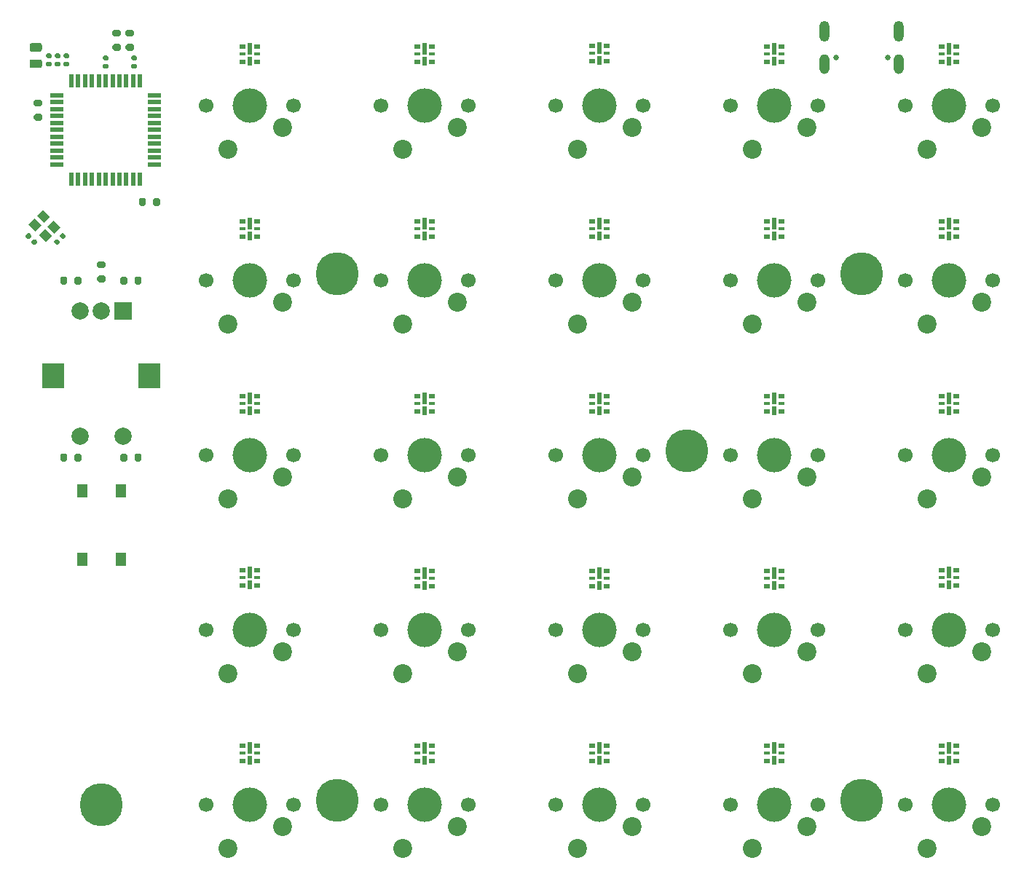
<source format=gbr>
%TF.GenerationSoftware,KiCad,Pcbnew,(5.1.8)-1*%
%TF.CreationDate,2020-12-04T18:20:35-08:00*%
%TF.ProjectId,DeskTopVolKnob_Keypad,4465736b-546f-4705-966f-6c4b6e6f625f,rev?*%
%TF.SameCoordinates,Original*%
%TF.FileFunction,Soldermask,Top*%
%TF.FilePolarity,Negative*%
%FSLAX46Y46*%
G04 Gerber Fmt 4.6, Leading zero omitted, Abs format (unit mm)*
G04 Created by KiCad (PCBNEW (5.1.8)-1) date 2020-12-04 18:20:35*
%MOMM*%
%LPD*%
G01*
G04 APERTURE LIST*
%ADD10C,0.800000*%
%ADD11C,5.000000*%
%ADD12O,1.200000X2.400000*%
%ADD13O,1.158000X2.316000*%
%ADD14C,0.630000*%
%ADD15C,0.600000*%
%ADD16C,1.700000*%
%ADD17C,4.000000*%
%ADD18C,2.200000*%
%ADD19R,1.300000X1.550000*%
%ADD20C,0.100000*%
%ADD21R,1.500000X0.550000*%
%ADD22R,0.550000X1.500000*%
%ADD23R,2.000000X2.000000*%
%ADD24C,2.000000*%
%ADD25R,2.500000X3.000000*%
%ADD26R,0.500000X1.480000*%
%ADD27R,0.500000X1.000000*%
%ADD28R,0.800000X0.500000*%
%ADD29R,0.800000X0.300000*%
G04 APERTURE END LIST*
D10*
%TO.C,REF\u002A\u002A*%
X47553825Y-118054175D03*
X46228000Y-117505000D03*
X44902175Y-118054175D03*
X44353000Y-119380000D03*
X44902175Y-120705825D03*
X46228000Y-121255000D03*
X47553825Y-120705825D03*
X48103000Y-119380000D03*
D11*
X46228000Y-119380000D03*
%TD*%
D10*
%TO.C,REF\u002A\u002A*%
X115625825Y-76906175D03*
X114300000Y-76357000D03*
X112974175Y-76906175D03*
X112425000Y-78232000D03*
X112974175Y-79557825D03*
X114300000Y-80107000D03*
X115625825Y-79557825D03*
X116175000Y-78232000D03*
D11*
X114300000Y-78232000D03*
%TD*%
D10*
%TO.C,REF\u002A\u002A*%
X74985825Y-117546175D03*
X73660000Y-116997000D03*
X72334175Y-117546175D03*
X71785000Y-118872000D03*
X72334175Y-120197825D03*
X73660000Y-120747000D03*
X74985825Y-120197825D03*
X75535000Y-118872000D03*
D11*
X73660000Y-118872000D03*
%TD*%
D10*
%TO.C,REF\u002A\u002A*%
X135945825Y-117546175D03*
X134620000Y-116997000D03*
X133294175Y-117546175D03*
X132745000Y-118872000D03*
X133294175Y-120197825D03*
X134620000Y-120747000D03*
X135945825Y-120197825D03*
X136495000Y-118872000D03*
D11*
X134620000Y-118872000D03*
%TD*%
D10*
%TO.C,REF\u002A\u002A*%
X135945825Y-56332175D03*
X134620000Y-55783000D03*
X133294175Y-56332175D03*
X132745000Y-57658000D03*
X133294175Y-58983825D03*
X134620000Y-59533000D03*
X135945825Y-58983825D03*
X136495000Y-57658000D03*
D11*
X134620000Y-57658000D03*
%TD*%
D10*
%TO.C,REF\u002A\u002A*%
X74985825Y-56332175D03*
X73660000Y-55783000D03*
X72334175Y-56332175D03*
X71785000Y-57658000D03*
X72334175Y-58983825D03*
X73660000Y-59533000D03*
X74985825Y-58983825D03*
X75535000Y-57658000D03*
D11*
X73660000Y-57658000D03*
%TD*%
D12*
%TO.C,J1*%
X138940000Y-29412000D03*
X130300000Y-29412000D03*
D13*
X138940000Y-33237000D03*
X130300000Y-33237000D03*
D14*
X131620000Y-32512000D03*
X137620000Y-32512000D03*
D15*
X137620000Y-32512000D03*
%TD*%
D16*
%TO.C,SW11*%
X119380000Y-38100000D03*
X129540000Y-38100000D03*
D17*
X124460000Y-38100000D03*
D18*
X128270000Y-40640000D03*
X121920000Y-43180000D03*
%TD*%
%TO.C,R11*%
G36*
G01*
X39137000Y-38183000D02*
X38587000Y-38183000D01*
G75*
G02*
X38387000Y-37983000I0J200000D01*
G01*
X38387000Y-37583000D01*
G75*
G02*
X38587000Y-37383000I200000J0D01*
G01*
X39137000Y-37383000D01*
G75*
G02*
X39337000Y-37583000I0J-200000D01*
G01*
X39337000Y-37983000D01*
G75*
G02*
X39137000Y-38183000I-200000J0D01*
G01*
G37*
G36*
G01*
X39137000Y-39833000D02*
X38587000Y-39833000D01*
G75*
G02*
X38387000Y-39633000I0J200000D01*
G01*
X38387000Y-39233000D01*
G75*
G02*
X38587000Y-39033000I200000J0D01*
G01*
X39137000Y-39033000D01*
G75*
G02*
X39337000Y-39233000I0J-200000D01*
G01*
X39337000Y-39633000D01*
G75*
G02*
X39137000Y-39833000I-200000J0D01*
G01*
G37*
%TD*%
D19*
%TO.C,SW27*%
X48478000Y-82893000D03*
X48478000Y-90843000D03*
X43978000Y-82893000D03*
X43978000Y-90843000D03*
%TD*%
%TO.C,R10*%
G36*
G01*
X49255500Y-78719000D02*
X49255500Y-79269000D01*
G75*
G02*
X49055500Y-79469000I-200000J0D01*
G01*
X48655500Y-79469000D01*
G75*
G02*
X48455500Y-79269000I0J200000D01*
G01*
X48455500Y-78719000D01*
G75*
G02*
X48655500Y-78519000I200000J0D01*
G01*
X49055500Y-78519000D01*
G75*
G02*
X49255500Y-78719000I0J-200000D01*
G01*
G37*
G36*
G01*
X50905500Y-78719000D02*
X50905500Y-79269000D01*
G75*
G02*
X50705500Y-79469000I-200000J0D01*
G01*
X50305500Y-79469000D01*
G75*
G02*
X50105500Y-79269000I0J200000D01*
G01*
X50105500Y-78719000D01*
G75*
G02*
X50305500Y-78519000I200000J0D01*
G01*
X50705500Y-78519000D01*
G75*
G02*
X50905500Y-78719000I0J-200000D01*
G01*
G37*
%TD*%
%TO.C,R9*%
G36*
G01*
X42247000Y-58145000D02*
X42247000Y-58695000D01*
G75*
G02*
X42047000Y-58895000I-200000J0D01*
G01*
X41647000Y-58895000D01*
G75*
G02*
X41447000Y-58695000I0J200000D01*
G01*
X41447000Y-58145000D01*
G75*
G02*
X41647000Y-57945000I200000J0D01*
G01*
X42047000Y-57945000D01*
G75*
G02*
X42247000Y-58145000I0J-200000D01*
G01*
G37*
G36*
G01*
X43897000Y-58145000D02*
X43897000Y-58695000D01*
G75*
G02*
X43697000Y-58895000I-200000J0D01*
G01*
X43297000Y-58895000D01*
G75*
G02*
X43097000Y-58695000I0J200000D01*
G01*
X43097000Y-58145000D01*
G75*
G02*
X43297000Y-57945000I200000J0D01*
G01*
X43697000Y-57945000D01*
G75*
G02*
X43897000Y-58145000I0J-200000D01*
G01*
G37*
%TD*%
%TO.C,R8*%
G36*
G01*
X49255500Y-58145000D02*
X49255500Y-58695000D01*
G75*
G02*
X49055500Y-58895000I-200000J0D01*
G01*
X48655500Y-58895000D01*
G75*
G02*
X48455500Y-58695000I0J200000D01*
G01*
X48455500Y-58145000D01*
G75*
G02*
X48655500Y-57945000I200000J0D01*
G01*
X49055500Y-57945000D01*
G75*
G02*
X49255500Y-58145000I0J-200000D01*
G01*
G37*
G36*
G01*
X50905500Y-58145000D02*
X50905500Y-58695000D01*
G75*
G02*
X50705500Y-58895000I-200000J0D01*
G01*
X50305500Y-58895000D01*
G75*
G02*
X50105500Y-58695000I0J200000D01*
G01*
X50105500Y-58145000D01*
G75*
G02*
X50305500Y-57945000I200000J0D01*
G01*
X50705500Y-57945000D01*
G75*
G02*
X50905500Y-58145000I0J-200000D01*
G01*
G37*
%TD*%
%TO.C,R7*%
G36*
G01*
X42247000Y-78719000D02*
X42247000Y-79269000D01*
G75*
G02*
X42047000Y-79469000I-200000J0D01*
G01*
X41647000Y-79469000D01*
G75*
G02*
X41447000Y-79269000I0J200000D01*
G01*
X41447000Y-78719000D01*
G75*
G02*
X41647000Y-78519000I200000J0D01*
G01*
X42047000Y-78519000D01*
G75*
G02*
X42247000Y-78719000I0J-200000D01*
G01*
G37*
G36*
G01*
X43897000Y-78719000D02*
X43897000Y-79269000D01*
G75*
G02*
X43697000Y-79469000I-200000J0D01*
G01*
X43297000Y-79469000D01*
G75*
G02*
X43097000Y-79269000I0J200000D01*
G01*
X43097000Y-78719000D01*
G75*
G02*
X43297000Y-78519000I200000J0D01*
G01*
X43697000Y-78519000D01*
G75*
G02*
X43897000Y-78719000I0J-200000D01*
G01*
G37*
%TD*%
%TO.C,R6*%
G36*
G01*
X46503000Y-56979000D02*
X45953000Y-56979000D01*
G75*
G02*
X45753000Y-56779000I0J200000D01*
G01*
X45753000Y-56379000D01*
G75*
G02*
X45953000Y-56179000I200000J0D01*
G01*
X46503000Y-56179000D01*
G75*
G02*
X46703000Y-56379000I0J-200000D01*
G01*
X46703000Y-56779000D01*
G75*
G02*
X46503000Y-56979000I-200000J0D01*
G01*
G37*
G36*
G01*
X46503000Y-58629000D02*
X45953000Y-58629000D01*
G75*
G02*
X45753000Y-58429000I0J200000D01*
G01*
X45753000Y-58029000D01*
G75*
G02*
X45953000Y-57829000I200000J0D01*
G01*
X46503000Y-57829000D01*
G75*
G02*
X46703000Y-58029000I0J-200000D01*
G01*
X46703000Y-58429000D01*
G75*
G02*
X46503000Y-58629000I-200000J0D01*
G01*
G37*
%TD*%
%TO.C,R5*%
G36*
G01*
X51391000Y-49001000D02*
X51391000Y-49551000D01*
G75*
G02*
X51191000Y-49751000I-200000J0D01*
G01*
X50791000Y-49751000D01*
G75*
G02*
X50591000Y-49551000I0J200000D01*
G01*
X50591000Y-49001000D01*
G75*
G02*
X50791000Y-48801000I200000J0D01*
G01*
X51191000Y-48801000D01*
G75*
G02*
X51391000Y-49001000I0J-200000D01*
G01*
G37*
G36*
G01*
X53041000Y-49001000D02*
X53041000Y-49551000D01*
G75*
G02*
X52841000Y-49751000I-200000J0D01*
G01*
X52441000Y-49751000D01*
G75*
G02*
X52241000Y-49551000I0J200000D01*
G01*
X52241000Y-49001000D01*
G75*
G02*
X52441000Y-48801000I200000J0D01*
G01*
X52841000Y-48801000D01*
G75*
G02*
X53041000Y-49001000I0J-200000D01*
G01*
G37*
%TD*%
%TO.C,R4*%
G36*
G01*
X49805000Y-30055000D02*
X49255000Y-30055000D01*
G75*
G02*
X49055000Y-29855000I0J200000D01*
G01*
X49055000Y-29455000D01*
G75*
G02*
X49255000Y-29255000I200000J0D01*
G01*
X49805000Y-29255000D01*
G75*
G02*
X50005000Y-29455000I0J-200000D01*
G01*
X50005000Y-29855000D01*
G75*
G02*
X49805000Y-30055000I-200000J0D01*
G01*
G37*
G36*
G01*
X49805000Y-31705000D02*
X49255000Y-31705000D01*
G75*
G02*
X49055000Y-31505000I0J200000D01*
G01*
X49055000Y-31105000D01*
G75*
G02*
X49255000Y-30905000I200000J0D01*
G01*
X49805000Y-30905000D01*
G75*
G02*
X50005000Y-31105000I0J-200000D01*
G01*
X50005000Y-31505000D01*
G75*
G02*
X49805000Y-31705000I-200000J0D01*
G01*
G37*
%TD*%
%TO.C,R3*%
G36*
G01*
X47731000Y-30905000D02*
X48281000Y-30905000D01*
G75*
G02*
X48481000Y-31105000I0J-200000D01*
G01*
X48481000Y-31505000D01*
G75*
G02*
X48281000Y-31705000I-200000J0D01*
G01*
X47731000Y-31705000D01*
G75*
G02*
X47531000Y-31505000I0J200000D01*
G01*
X47531000Y-31105000D01*
G75*
G02*
X47731000Y-30905000I200000J0D01*
G01*
G37*
G36*
G01*
X47731000Y-29255000D02*
X48281000Y-29255000D01*
G75*
G02*
X48481000Y-29455000I0J-200000D01*
G01*
X48481000Y-29855000D01*
G75*
G02*
X48281000Y-30055000I-200000J0D01*
G01*
X47731000Y-30055000D01*
G75*
G02*
X47531000Y-29855000I0J200000D01*
G01*
X47531000Y-29455000D01*
G75*
G02*
X47731000Y-29255000I200000J0D01*
G01*
G37*
%TD*%
D20*
%TO.C,Y1*%
G36*
X40507884Y-53236726D02*
G01*
X39800777Y-53943833D01*
X38987604Y-53130660D01*
X39694711Y-52423553D01*
X40507884Y-53236726D01*
G37*
G36*
X39270447Y-51999289D02*
G01*
X38563340Y-52706396D01*
X37750167Y-51893223D01*
X38457274Y-51186116D01*
X39270447Y-51999289D01*
G37*
G36*
X40260396Y-51009340D02*
G01*
X39553289Y-51716447D01*
X38740116Y-50903274D01*
X39447223Y-50196167D01*
X40260396Y-51009340D01*
G37*
G36*
X41497833Y-52246777D02*
G01*
X40790726Y-52953884D01*
X39977553Y-52140711D01*
X40684660Y-51433604D01*
X41497833Y-52246777D01*
G37*
%TD*%
%TO.C,C8*%
G36*
G01*
X46906000Y-32820000D02*
X46566000Y-32820000D01*
G75*
G02*
X46426000Y-32680000I0J140000D01*
G01*
X46426000Y-32400000D01*
G75*
G02*
X46566000Y-32260000I140000J0D01*
G01*
X46906000Y-32260000D01*
G75*
G02*
X47046000Y-32400000I0J-140000D01*
G01*
X47046000Y-32680000D01*
G75*
G02*
X46906000Y-32820000I-140000J0D01*
G01*
G37*
G36*
G01*
X46906000Y-33780000D02*
X46566000Y-33780000D01*
G75*
G02*
X46426000Y-33640000I0J140000D01*
G01*
X46426000Y-33360000D01*
G75*
G02*
X46566000Y-33220000I140000J0D01*
G01*
X46906000Y-33220000D01*
G75*
G02*
X47046000Y-33360000I0J-140000D01*
G01*
X47046000Y-33640000D01*
G75*
G02*
X46906000Y-33780000I-140000J0D01*
G01*
G37*
%TD*%
%TO.C,C7*%
G36*
G01*
X38078787Y-53332371D02*
X37838371Y-53572787D01*
G75*
G02*
X37640381Y-53572787I-98995J98995D01*
G01*
X37442391Y-53374797D01*
G75*
G02*
X37442391Y-53176807I98995J98995D01*
G01*
X37682807Y-52936391D01*
G75*
G02*
X37880797Y-52936391I98995J-98995D01*
G01*
X38078787Y-53134381D01*
G75*
G02*
X38078787Y-53332371I-98995J-98995D01*
G01*
G37*
G36*
G01*
X38757609Y-54011193D02*
X38517193Y-54251609D01*
G75*
G02*
X38319203Y-54251609I-98995J98995D01*
G01*
X38121213Y-54053619D01*
G75*
G02*
X38121213Y-53855629I98995J98995D01*
G01*
X38361629Y-53615213D01*
G75*
G02*
X38559619Y-53615213I98995J-98995D01*
G01*
X38757609Y-53813203D01*
G75*
G02*
X38757609Y-54011193I-98995J-98995D01*
G01*
G37*
%TD*%
%TO.C,C6*%
G36*
G01*
X41140371Y-53615213D02*
X41380787Y-53855629D01*
G75*
G02*
X41380787Y-54053619I-98995J-98995D01*
G01*
X41182797Y-54251609D01*
G75*
G02*
X40984807Y-54251609I-98995J98995D01*
G01*
X40744391Y-54011193D01*
G75*
G02*
X40744391Y-53813203I98995J98995D01*
G01*
X40942381Y-53615213D01*
G75*
G02*
X41140371Y-53615213I98995J-98995D01*
G01*
G37*
G36*
G01*
X41819193Y-52936391D02*
X42059609Y-53176807D01*
G75*
G02*
X42059609Y-53374797I-98995J-98995D01*
G01*
X41861619Y-53572787D01*
G75*
G02*
X41663629Y-53572787I-98995J98995D01*
G01*
X41423213Y-53332371D01*
G75*
G02*
X41423213Y-53134381I98995J98995D01*
G01*
X41621203Y-52936391D01*
G75*
G02*
X41819193Y-52936391I98995J-98995D01*
G01*
G37*
%TD*%
%TO.C,C4*%
G36*
G01*
X40302000Y-32566000D02*
X39962000Y-32566000D01*
G75*
G02*
X39822000Y-32426000I0J140000D01*
G01*
X39822000Y-32146000D01*
G75*
G02*
X39962000Y-32006000I140000J0D01*
G01*
X40302000Y-32006000D01*
G75*
G02*
X40442000Y-32146000I0J-140000D01*
G01*
X40442000Y-32426000D01*
G75*
G02*
X40302000Y-32566000I-140000J0D01*
G01*
G37*
G36*
G01*
X40302000Y-33526000D02*
X39962000Y-33526000D01*
G75*
G02*
X39822000Y-33386000I0J140000D01*
G01*
X39822000Y-33106000D01*
G75*
G02*
X39962000Y-32966000I140000J0D01*
G01*
X40302000Y-32966000D01*
G75*
G02*
X40442000Y-33106000I0J-140000D01*
G01*
X40442000Y-33386000D01*
G75*
G02*
X40302000Y-33526000I-140000J0D01*
G01*
G37*
%TD*%
%TO.C,C3*%
G36*
G01*
X41318000Y-32566000D02*
X40978000Y-32566000D01*
G75*
G02*
X40838000Y-32426000I0J140000D01*
G01*
X40838000Y-32146000D01*
G75*
G02*
X40978000Y-32006000I140000J0D01*
G01*
X41318000Y-32006000D01*
G75*
G02*
X41458000Y-32146000I0J-140000D01*
G01*
X41458000Y-32426000D01*
G75*
G02*
X41318000Y-32566000I-140000J0D01*
G01*
G37*
G36*
G01*
X41318000Y-33526000D02*
X40978000Y-33526000D01*
G75*
G02*
X40838000Y-33386000I0J140000D01*
G01*
X40838000Y-33106000D01*
G75*
G02*
X40978000Y-32966000I140000J0D01*
G01*
X41318000Y-32966000D01*
G75*
G02*
X41458000Y-33106000I0J-140000D01*
G01*
X41458000Y-33386000D01*
G75*
G02*
X41318000Y-33526000I-140000J0D01*
G01*
G37*
%TD*%
%TO.C,C2*%
G36*
G01*
X42334000Y-32566000D02*
X41994000Y-32566000D01*
G75*
G02*
X41854000Y-32426000I0J140000D01*
G01*
X41854000Y-32146000D01*
G75*
G02*
X41994000Y-32006000I140000J0D01*
G01*
X42334000Y-32006000D01*
G75*
G02*
X42474000Y-32146000I0J-140000D01*
G01*
X42474000Y-32426000D01*
G75*
G02*
X42334000Y-32566000I-140000J0D01*
G01*
G37*
G36*
G01*
X42334000Y-33526000D02*
X41994000Y-33526000D01*
G75*
G02*
X41854000Y-33386000I0J140000D01*
G01*
X41854000Y-33106000D01*
G75*
G02*
X41994000Y-32966000I140000J0D01*
G01*
X42334000Y-32966000D01*
G75*
G02*
X42474000Y-33106000I0J-140000D01*
G01*
X42474000Y-33386000D01*
G75*
G02*
X42334000Y-33526000I-140000J0D01*
G01*
G37*
%TD*%
%TO.C,C1*%
G36*
G01*
X50208000Y-32820000D02*
X49868000Y-32820000D01*
G75*
G02*
X49728000Y-32680000I0J140000D01*
G01*
X49728000Y-32400000D01*
G75*
G02*
X49868000Y-32260000I140000J0D01*
G01*
X50208000Y-32260000D01*
G75*
G02*
X50348000Y-32400000I0J-140000D01*
G01*
X50348000Y-32680000D01*
G75*
G02*
X50208000Y-32820000I-140000J0D01*
G01*
G37*
G36*
G01*
X50208000Y-33780000D02*
X49868000Y-33780000D01*
G75*
G02*
X49728000Y-33640000I0J140000D01*
G01*
X49728000Y-33360000D01*
G75*
G02*
X49868000Y-33220000I140000J0D01*
G01*
X50208000Y-33220000D01*
G75*
G02*
X50348000Y-33360000I0J-140000D01*
G01*
X50348000Y-33640000D01*
G75*
G02*
X50208000Y-33780000I-140000J0D01*
G01*
G37*
%TD*%
D21*
%TO.C,U1*%
X52436000Y-36894000D03*
X52436000Y-37694000D03*
X52436000Y-38494000D03*
X52436000Y-39294000D03*
X52436000Y-40094000D03*
X52436000Y-40894000D03*
X52436000Y-41694000D03*
X52436000Y-42494000D03*
X52436000Y-43294000D03*
X52436000Y-44094000D03*
X52436000Y-44894000D03*
D22*
X50736000Y-46594000D03*
X49936000Y-46594000D03*
X49136000Y-46594000D03*
X48336000Y-46594000D03*
X47536000Y-46594000D03*
X46736000Y-46594000D03*
X45936000Y-46594000D03*
X45136000Y-46594000D03*
X44336000Y-46594000D03*
X43536000Y-46594000D03*
X42736000Y-46594000D03*
D21*
X41036000Y-44894000D03*
X41036000Y-44094000D03*
X41036000Y-43294000D03*
X41036000Y-42494000D03*
X41036000Y-41694000D03*
X41036000Y-40894000D03*
X41036000Y-40094000D03*
X41036000Y-39294000D03*
X41036000Y-38494000D03*
X41036000Y-37694000D03*
X41036000Y-36894000D03*
D22*
X42736000Y-35194000D03*
X43536000Y-35194000D03*
X44336000Y-35194000D03*
X45136000Y-35194000D03*
X45936000Y-35194000D03*
X46736000Y-35194000D03*
X47536000Y-35194000D03*
X48336000Y-35194000D03*
X49136000Y-35194000D03*
X49936000Y-35194000D03*
X50736000Y-35194000D03*
%TD*%
D16*
%TO.C,SW26*%
X58420000Y-38100000D03*
X68580000Y-38100000D03*
D17*
X63500000Y-38100000D03*
D18*
X67310000Y-40640000D03*
X60960000Y-43180000D03*
%TD*%
D16*
%TO.C,SW25*%
X58420000Y-58420000D03*
X68580000Y-58420000D03*
D17*
X63500000Y-58420000D03*
D18*
X67310000Y-60960000D03*
X60960000Y-63500000D03*
%TD*%
D16*
%TO.C,SW24*%
X58420000Y-78740000D03*
X68580000Y-78740000D03*
D17*
X63500000Y-78740000D03*
D18*
X67310000Y-81280000D03*
X60960000Y-83820000D03*
%TD*%
D16*
%TO.C,SW23*%
X58420000Y-99060000D03*
X68580000Y-99060000D03*
D17*
X63500000Y-99060000D03*
D18*
X67310000Y-101600000D03*
X60960000Y-104140000D03*
%TD*%
D16*
%TO.C,SW22*%
X58420000Y-119380000D03*
X68580000Y-119380000D03*
D17*
X63500000Y-119380000D03*
D18*
X67310000Y-121920000D03*
X60960000Y-124460000D03*
%TD*%
D16*
%TO.C,SW21*%
X78740000Y-38100000D03*
X88900000Y-38100000D03*
D17*
X83820000Y-38100000D03*
D18*
X87630000Y-40640000D03*
X81280000Y-43180000D03*
%TD*%
D16*
%TO.C,SW20*%
X78740000Y-58420000D03*
X88900000Y-58420000D03*
D17*
X83820000Y-58420000D03*
D18*
X87630000Y-60960000D03*
X81280000Y-63500000D03*
%TD*%
D16*
%TO.C,SW19*%
X78740000Y-78740000D03*
X88900000Y-78740000D03*
D17*
X83820000Y-78740000D03*
D18*
X87630000Y-81280000D03*
X81280000Y-83820000D03*
%TD*%
D16*
%TO.C,SW18*%
X78740000Y-99060000D03*
X88900000Y-99060000D03*
D17*
X83820000Y-99060000D03*
D18*
X87630000Y-101600000D03*
X81280000Y-104140000D03*
%TD*%
D16*
%TO.C,SW17*%
X78740000Y-119380000D03*
X88900000Y-119380000D03*
D17*
X83820000Y-119380000D03*
D18*
X87630000Y-121920000D03*
X81280000Y-124460000D03*
%TD*%
D16*
%TO.C,SW16*%
X99060000Y-38100000D03*
X109220000Y-38100000D03*
D17*
X104140000Y-38100000D03*
D18*
X107950000Y-40640000D03*
X101600000Y-43180000D03*
%TD*%
D16*
%TO.C,SW15*%
X99060000Y-58420000D03*
X109220000Y-58420000D03*
D17*
X104140000Y-58420000D03*
D18*
X107950000Y-60960000D03*
X101600000Y-63500000D03*
%TD*%
D16*
%TO.C,SW14*%
X99060000Y-78740000D03*
X109220000Y-78740000D03*
D17*
X104140000Y-78740000D03*
D18*
X107950000Y-81280000D03*
X101600000Y-83820000D03*
%TD*%
D16*
%TO.C,SW13*%
X99060000Y-99060000D03*
X109220000Y-99060000D03*
D17*
X104140000Y-99060000D03*
D18*
X107950000Y-101600000D03*
X101600000Y-104140000D03*
%TD*%
D16*
%TO.C,SW12*%
X99060000Y-119380000D03*
X109220000Y-119380000D03*
D17*
X104140000Y-119380000D03*
D18*
X107950000Y-121920000D03*
X101600000Y-124460000D03*
%TD*%
D16*
%TO.C,SW10*%
X119380000Y-58420000D03*
X129540000Y-58420000D03*
D17*
X124460000Y-58420000D03*
D18*
X128270000Y-60960000D03*
X121920000Y-63500000D03*
%TD*%
D16*
%TO.C,SW9*%
X119380000Y-78740000D03*
X129540000Y-78740000D03*
D17*
X124460000Y-78740000D03*
D18*
X128270000Y-81280000D03*
X121920000Y-83820000D03*
%TD*%
D16*
%TO.C,SW8*%
X119380000Y-99060000D03*
X129540000Y-99060000D03*
D17*
X124460000Y-99060000D03*
D18*
X128270000Y-101600000D03*
X121920000Y-104140000D03*
%TD*%
D16*
%TO.C,SW7*%
X119380000Y-119380000D03*
X129540000Y-119380000D03*
D17*
X124460000Y-119380000D03*
D18*
X128270000Y-121920000D03*
X121920000Y-124460000D03*
%TD*%
D16*
%TO.C,SW6*%
X139700000Y-38100000D03*
X149860000Y-38100000D03*
D17*
X144780000Y-38100000D03*
D18*
X148590000Y-40640000D03*
X142240000Y-43180000D03*
%TD*%
D16*
%TO.C,SW5*%
X139700000Y-58420000D03*
X149860000Y-58420000D03*
D17*
X144780000Y-58420000D03*
D18*
X148590000Y-60960000D03*
X142240000Y-63500000D03*
%TD*%
D16*
%TO.C,SW4*%
X139700000Y-78740000D03*
X149860000Y-78740000D03*
D17*
X144780000Y-78740000D03*
D18*
X148590000Y-81280000D03*
X142240000Y-83820000D03*
%TD*%
D16*
%TO.C,SW3*%
X139700000Y-99060000D03*
X149860000Y-99060000D03*
D17*
X144780000Y-99060000D03*
D18*
X148590000Y-101600000D03*
X142240000Y-104140000D03*
%TD*%
D16*
%TO.C,SW2*%
X139700000Y-119380000D03*
X149860000Y-119380000D03*
D17*
X144780000Y-119380000D03*
D18*
X148590000Y-121920000D03*
X142240000Y-124460000D03*
%TD*%
D23*
%TO.C,SW1*%
X48728000Y-61976000D03*
D24*
X46228000Y-61976000D03*
X43728000Y-61976000D03*
D25*
X51828000Y-69476000D03*
X40628000Y-69476000D03*
D24*
X48728000Y-76476000D03*
X43728000Y-76476000D03*
%TD*%
D26*
%TO.C,D50*%
X63500000Y-112776000D03*
D27*
X63500000Y-114196000D03*
D28*
X62650000Y-114266000D03*
X62650000Y-112466000D03*
D29*
X62650000Y-113366000D03*
D28*
X64350000Y-112466000D03*
D29*
X64350000Y-113366000D03*
D28*
X64350000Y-114266000D03*
%TD*%
D26*
%TO.C,D49*%
X83820000Y-112776000D03*
D27*
X83820000Y-114196000D03*
D28*
X82970000Y-114266000D03*
X82970000Y-112466000D03*
D29*
X82970000Y-113366000D03*
D28*
X84670000Y-112466000D03*
D29*
X84670000Y-113366000D03*
D28*
X84670000Y-114266000D03*
%TD*%
D26*
%TO.C,D48*%
X104140000Y-112776000D03*
D27*
X104140000Y-114196000D03*
D28*
X103290000Y-114266000D03*
X103290000Y-112466000D03*
D29*
X103290000Y-113366000D03*
D28*
X104990000Y-112466000D03*
D29*
X104990000Y-113366000D03*
D28*
X104990000Y-114266000D03*
%TD*%
D26*
%TO.C,D47*%
X124460000Y-112776000D03*
D27*
X124460000Y-114196000D03*
D28*
X123610000Y-114266000D03*
X123610000Y-112466000D03*
D29*
X123610000Y-113366000D03*
D28*
X125310000Y-112466000D03*
D29*
X125310000Y-113366000D03*
D28*
X125310000Y-114266000D03*
%TD*%
D26*
%TO.C,D46*%
X144780000Y-112776000D03*
D27*
X144780000Y-114196000D03*
D28*
X143930000Y-114266000D03*
X143930000Y-112466000D03*
D29*
X143930000Y-113366000D03*
D28*
X145630000Y-112466000D03*
D29*
X145630000Y-113366000D03*
D28*
X145630000Y-114266000D03*
%TD*%
D26*
%TO.C,D45*%
X144780000Y-92374000D03*
D27*
X144780000Y-93794000D03*
D28*
X143930000Y-93864000D03*
X143930000Y-92064000D03*
D29*
X143930000Y-92964000D03*
D28*
X145630000Y-92064000D03*
D29*
X145630000Y-92964000D03*
D28*
X145630000Y-93864000D03*
%TD*%
D26*
%TO.C,D44*%
X124460000Y-92456000D03*
D27*
X124460000Y-93876000D03*
D28*
X123610000Y-93946000D03*
X123610000Y-92146000D03*
D29*
X123610000Y-93046000D03*
D28*
X125310000Y-92146000D03*
D29*
X125310000Y-93046000D03*
D28*
X125310000Y-93946000D03*
%TD*%
D26*
%TO.C,D43*%
X104140000Y-92456000D03*
D27*
X104140000Y-93876000D03*
D28*
X103290000Y-93946000D03*
X103290000Y-92146000D03*
D29*
X103290000Y-93046000D03*
D28*
X104990000Y-92146000D03*
D29*
X104990000Y-93046000D03*
D28*
X104990000Y-93946000D03*
%TD*%
D26*
%TO.C,D42*%
X83820000Y-92456000D03*
D27*
X83820000Y-93876000D03*
D28*
X82970000Y-93946000D03*
X82970000Y-92146000D03*
D29*
X82970000Y-93046000D03*
D28*
X84670000Y-92146000D03*
D29*
X84670000Y-93046000D03*
D28*
X84670000Y-93946000D03*
%TD*%
D26*
%TO.C,D41*%
X63500000Y-92374000D03*
D27*
X63500000Y-93794000D03*
D28*
X62650000Y-93864000D03*
X62650000Y-92064000D03*
D29*
X62650000Y-92964000D03*
D28*
X64350000Y-92064000D03*
D29*
X64350000Y-92964000D03*
D28*
X64350000Y-93864000D03*
%TD*%
D26*
%TO.C,D40*%
X144780000Y-72136000D03*
D27*
X144780000Y-73556000D03*
D28*
X143930000Y-73626000D03*
X143930000Y-71826000D03*
D29*
X143930000Y-72726000D03*
D28*
X145630000Y-71826000D03*
D29*
X145630000Y-72726000D03*
D28*
X145630000Y-73626000D03*
%TD*%
D26*
%TO.C,D39*%
X124460000Y-72136000D03*
D27*
X124460000Y-73556000D03*
D28*
X123610000Y-73626000D03*
X123610000Y-71826000D03*
D29*
X123610000Y-72726000D03*
D28*
X125310000Y-71826000D03*
D29*
X125310000Y-72726000D03*
D28*
X125310000Y-73626000D03*
%TD*%
D26*
%TO.C,D38*%
X104140000Y-72136000D03*
D27*
X104140000Y-73556000D03*
D28*
X103290000Y-73626000D03*
X103290000Y-71826000D03*
D29*
X103290000Y-72726000D03*
D28*
X104990000Y-71826000D03*
D29*
X104990000Y-72726000D03*
D28*
X104990000Y-73626000D03*
%TD*%
D26*
%TO.C,D37*%
X83820000Y-72136000D03*
D27*
X83820000Y-73556000D03*
D28*
X82970000Y-73626000D03*
X82970000Y-71826000D03*
D29*
X82970000Y-72726000D03*
D28*
X84670000Y-71826000D03*
D29*
X84670000Y-72726000D03*
D28*
X84670000Y-73626000D03*
%TD*%
D26*
%TO.C,D36*%
X63500000Y-72136000D03*
D27*
X63500000Y-73556000D03*
D28*
X62650000Y-73626000D03*
X62650000Y-71826000D03*
D29*
X62650000Y-72726000D03*
D28*
X64350000Y-71826000D03*
D29*
X64350000Y-72726000D03*
D28*
X64350000Y-73626000D03*
%TD*%
D26*
%TO.C,D35*%
X63500000Y-31496000D03*
D27*
X63500000Y-32916000D03*
D28*
X62650000Y-32986000D03*
X62650000Y-31186000D03*
D29*
X62650000Y-32086000D03*
D28*
X64350000Y-31186000D03*
D29*
X64350000Y-32086000D03*
D28*
X64350000Y-32986000D03*
%TD*%
D26*
%TO.C,D34*%
X83820000Y-31496000D03*
D27*
X83820000Y-32916000D03*
D28*
X82970000Y-32986000D03*
X82970000Y-31186000D03*
D29*
X82970000Y-32086000D03*
D28*
X84670000Y-31186000D03*
D29*
X84670000Y-32086000D03*
D28*
X84670000Y-32986000D03*
%TD*%
D26*
%TO.C,D33*%
X104140000Y-31414000D03*
D27*
X104140000Y-32834000D03*
D28*
X103290000Y-32904000D03*
X103290000Y-31104000D03*
D29*
X103290000Y-32004000D03*
D28*
X104990000Y-31104000D03*
D29*
X104990000Y-32004000D03*
D28*
X104990000Y-32904000D03*
%TD*%
D26*
%TO.C,D32*%
X124460000Y-31496000D03*
D27*
X124460000Y-32916000D03*
D28*
X123610000Y-32986000D03*
X123610000Y-31186000D03*
D29*
X123610000Y-32086000D03*
D28*
X125310000Y-31186000D03*
D29*
X125310000Y-32086000D03*
D28*
X125310000Y-32986000D03*
%TD*%
D26*
%TO.C,D31*%
X144780000Y-31496000D03*
D27*
X144780000Y-32916000D03*
D28*
X143930000Y-32986000D03*
X143930000Y-31186000D03*
D29*
X143930000Y-32086000D03*
D28*
X145630000Y-31186000D03*
D29*
X145630000Y-32086000D03*
D28*
X145630000Y-32986000D03*
%TD*%
%TO.C,D30*%
X64350000Y-53306000D03*
D29*
X64350000Y-52406000D03*
D28*
X64350000Y-51506000D03*
D29*
X62650000Y-52406000D03*
D28*
X62650000Y-51506000D03*
X62650000Y-53306000D03*
D27*
X63500000Y-53236000D03*
D26*
X63500000Y-51816000D03*
%TD*%
%TO.C,D29*%
X83820000Y-51816000D03*
D27*
X83820000Y-53236000D03*
D28*
X82970000Y-53306000D03*
X82970000Y-51506000D03*
D29*
X82970000Y-52406000D03*
D28*
X84670000Y-51506000D03*
D29*
X84670000Y-52406000D03*
D28*
X84670000Y-53306000D03*
%TD*%
D26*
%TO.C,D28*%
X104140000Y-51816000D03*
D27*
X104140000Y-53236000D03*
D28*
X103290000Y-53306000D03*
X103290000Y-51506000D03*
D29*
X103290000Y-52406000D03*
D28*
X104990000Y-51506000D03*
D29*
X104990000Y-52406000D03*
D28*
X104990000Y-53306000D03*
%TD*%
D26*
%TO.C,D27*%
X124460000Y-51816000D03*
D27*
X124460000Y-53236000D03*
D28*
X123610000Y-53306000D03*
X123610000Y-51506000D03*
D29*
X123610000Y-52406000D03*
D28*
X125310000Y-51506000D03*
D29*
X125310000Y-52406000D03*
D28*
X125310000Y-53306000D03*
%TD*%
D26*
%TO.C,D26*%
X144780000Y-51816000D03*
D27*
X144780000Y-53236000D03*
D28*
X143930000Y-53306000D03*
X143930000Y-51506000D03*
D29*
X143930000Y-52406000D03*
D28*
X145630000Y-51506000D03*
D29*
X145630000Y-52406000D03*
D28*
X145630000Y-53306000D03*
%TD*%
%TO.C,C5*%
G36*
G01*
X39083000Y-31808000D02*
X38133000Y-31808000D01*
G75*
G02*
X37883000Y-31558000I0J250000D01*
G01*
X37883000Y-31058000D01*
G75*
G02*
X38133000Y-30808000I250000J0D01*
G01*
X39083000Y-30808000D01*
G75*
G02*
X39333000Y-31058000I0J-250000D01*
G01*
X39333000Y-31558000D01*
G75*
G02*
X39083000Y-31808000I-250000J0D01*
G01*
G37*
G36*
G01*
X39083000Y-33708000D02*
X38133000Y-33708000D01*
G75*
G02*
X37883000Y-33458000I0J250000D01*
G01*
X37883000Y-32958000D01*
G75*
G02*
X38133000Y-32708000I250000J0D01*
G01*
X39083000Y-32708000D01*
G75*
G02*
X39333000Y-32958000I0J-250000D01*
G01*
X39333000Y-33458000D01*
G75*
G02*
X39083000Y-33708000I-250000J0D01*
G01*
G37*
%TD*%
M02*

</source>
